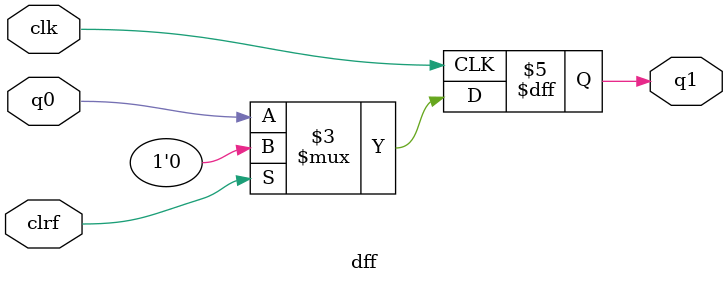
<source format=v>
`timescale 1ns/1ns
module dff(q0,q1,clk,clrf);
input q0,clk,clrf;
output reg q1;
always @(posedge clk) begin
if (clrf) q1<=0;
else q1<=q0;
end
endmodule

</source>
